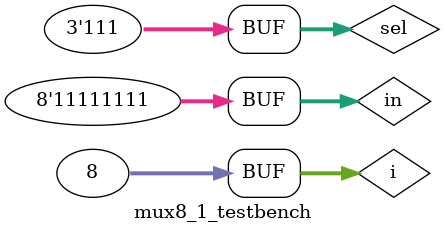
<source format=sv>
`timescale 1ns/10ps
module mux8_1(out, in, sel);
 output logic out;
 input logic [7:0] in;
 input logic [2:0] sel;

 logic v0, v1;
  
  mux4_1 m4 (.out(v0), .in(in[3:0]), .sel(sel[1:0]));
  mux4_1 m3(.out(v1), .in(in[7:4]), .sel(sel[1:0]));
  mux2_1 m2 (.out, .in({v1, v0}), .sel(sel[2]));

endmodule

module mux8_1_testbench();
 logic [7:0] in;
 logic [2:0] sel;
 logic out;

 mux8_1 dut (.out, .in, .sel);
 
 integer i;
 initial begin
	 for (i = 0; i < 8; i++) begin
		sel = i;
		in[i] = 0; #10;
		in[i] = 1; #10;
	end
	

 end
endmodule

</source>
